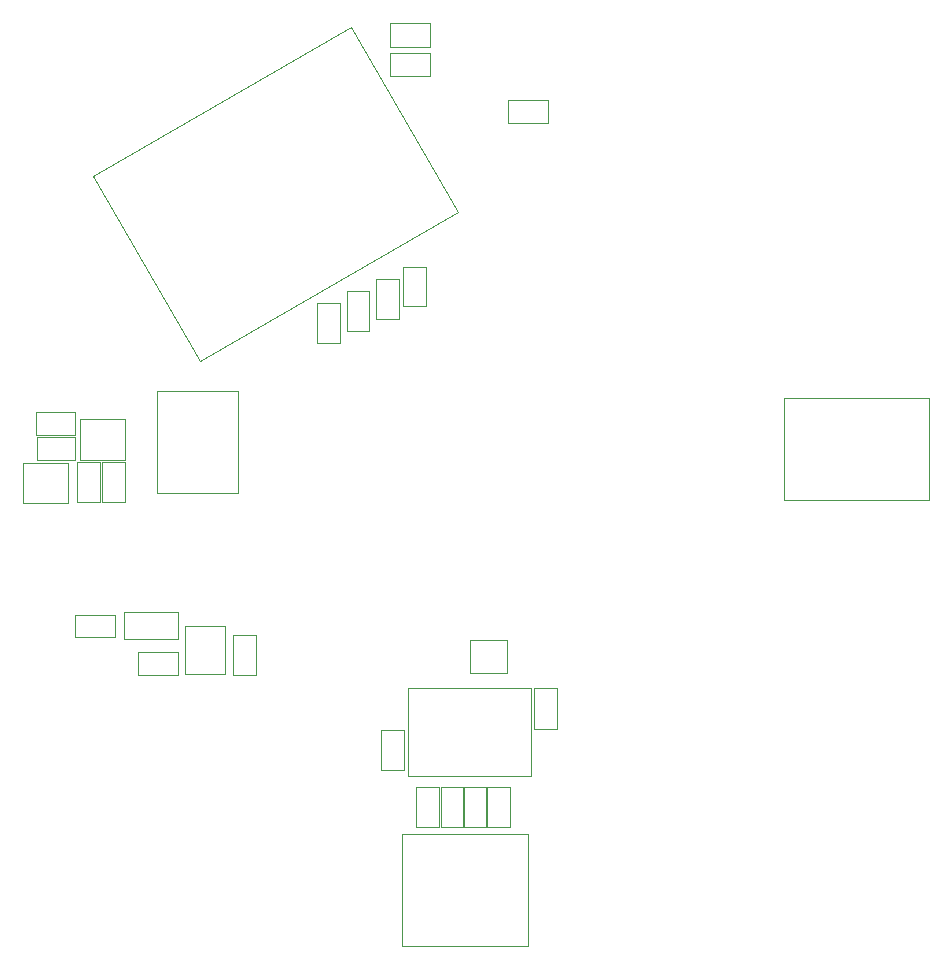
<source format=gbr>
G04 #@! TF.GenerationSoftware,KiCad,Pcbnew,8.0.4*
G04 #@! TF.CreationDate,2024-08-11T22:53:45+02:00*
G04 #@! TF.ProjectId,Haibadge_B,48616962-6164-4676-955f-422e6b696361,rev?*
G04 #@! TF.SameCoordinates,Original*
G04 #@! TF.FileFunction,Other,User*
%FSLAX46Y46*%
G04 Gerber Fmt 4.6, Leading zero omitted, Abs format (unit mm)*
G04 Created by KiCad (PCBNEW 8.0.4) date 2024-08-11 22:53:45*
%MOMM*%
%LPD*%
G01*
G04 APERTURE LIST*
%ADD10C,0.050000*%
G04 APERTURE END LIST*
D10*
G04 #@! TO.C,Q3*
X106582500Y-143650000D02*
X106582500Y-140250000D01*
X102742500Y-143650000D02*
X106582500Y-143650000D01*
X106582500Y-140250000D02*
X102742500Y-140250000D01*
X102742500Y-140250000D02*
X102742500Y-143650000D01*
G04 #@! TO.C,D16*
X111270000Y-152880000D02*
X115830000Y-152880000D01*
X115830000Y-152880000D02*
X115830000Y-155120000D01*
X111270000Y-155120000D02*
X111270000Y-152880000D01*
X115830000Y-155120000D02*
X111270000Y-155120000D01*
G04 #@! TO.C,R10*
X132650000Y-124695000D02*
X134550000Y-124695000D01*
X132650000Y-128055000D02*
X132650000Y-124695000D01*
X134550000Y-124695000D02*
X134550000Y-128055000D01*
X134550000Y-128055000D02*
X132650000Y-128055000D01*
G04 #@! TO.C,C22*
X133800000Y-103020000D02*
X137200000Y-103020000D01*
X133800000Y-104980000D02*
X133800000Y-103020000D01*
X137200000Y-103020000D02*
X137200000Y-104980000D01*
X137200000Y-104980000D02*
X133800000Y-104980000D01*
G04 #@! TO.C,R4*
X107182500Y-153100000D02*
X110542500Y-153100000D01*
X107182500Y-155000000D02*
X107182500Y-153100000D01*
X110542500Y-153100000D02*
X110542500Y-155000000D01*
X110542500Y-155000000D02*
X107182500Y-155000000D01*
G04 #@! TO.C,R12*
X112507500Y-156250000D02*
X115867500Y-156250000D01*
X112507500Y-158150000D02*
X112507500Y-156250000D01*
X115867500Y-156250000D02*
X115867500Y-158150000D01*
X115867500Y-158150000D02*
X112507500Y-158150000D01*
G04 #@! TO.C,U4*
X111382500Y-139950000D02*
X111382500Y-136550000D01*
X111382500Y-136550000D02*
X107542500Y-136550000D01*
X107542500Y-139950000D02*
X111382500Y-139950000D01*
X107542500Y-136550000D02*
X107542500Y-139950000D01*
G04 #@! TO.C,C23*
X133800000Y-105520000D02*
X137200000Y-105520000D01*
X133800000Y-107480000D02*
X133800000Y-105520000D01*
X137200000Y-105520000D02*
X137200000Y-107480000D01*
X137200000Y-107480000D02*
X133800000Y-107480000D01*
G04 #@! TO.C,C19*
X109420000Y-140150000D02*
X111380000Y-140150000D01*
X109420000Y-143550000D02*
X109420000Y-140150000D01*
X111380000Y-140150000D02*
X111380000Y-143550000D01*
X111380000Y-143550000D02*
X109420000Y-143550000D01*
G04 #@! TO.C,R7*
X138100000Y-167707500D02*
X140000000Y-167707500D01*
X138100000Y-171067500D02*
X138100000Y-167707500D01*
X140000000Y-167707500D02*
X140000000Y-171067500D01*
X140000000Y-171067500D02*
X138100000Y-171067500D01*
G04 #@! TO.C,C16*
X143800000Y-109520000D02*
X147200000Y-109520000D01*
X143800000Y-111480000D02*
X143800000Y-109520000D01*
X147200000Y-109520000D02*
X147200000Y-111480000D01*
X147200000Y-111480000D02*
X143800000Y-111480000D01*
G04 #@! TO.C,Q1*
X140550000Y-155250000D02*
X140550000Y-158050000D01*
X143750000Y-155250000D02*
X140550000Y-155250000D01*
X143750000Y-158050000D02*
X140550000Y-158050000D01*
X143750000Y-158050000D02*
X143750000Y-155250000D01*
G04 #@! TO.C,U2*
X135355000Y-159300000D02*
X135355000Y-166700000D01*
X135355000Y-166700000D02*
X145755000Y-166700000D01*
X145755000Y-159300000D02*
X135355000Y-159300000D01*
X145755000Y-166700000D02*
X145755000Y-159300000D01*
G04 #@! TO.C,U3*
X119837500Y-158100000D02*
X119837500Y-154000000D01*
X119837500Y-154000000D02*
X116437500Y-154000000D01*
X116437500Y-158100000D02*
X119837500Y-158100000D01*
X116437500Y-154000000D02*
X116437500Y-158100000D01*
G04 #@! TO.C,R6*
X136050000Y-167707500D02*
X137950000Y-167707500D01*
X136050000Y-171067500D02*
X136050000Y-167707500D01*
X137950000Y-167707500D02*
X137950000Y-171067500D01*
X137950000Y-171067500D02*
X136050000Y-171067500D01*
G04 #@! TO.C,C21*
X120520000Y-154800000D02*
X122480000Y-154800000D01*
X120520000Y-158200000D02*
X120520000Y-154800000D01*
X122480000Y-154800000D02*
X122480000Y-158200000D01*
X122480000Y-158200000D02*
X120520000Y-158200000D01*
G04 #@! TO.C,J3*
X114050000Y-134150000D02*
X114050000Y-142750000D01*
X114050000Y-142750000D02*
X120950000Y-142750000D01*
X120950000Y-134150000D02*
X114050000Y-134150000D01*
X120950000Y-142750000D02*
X120950000Y-134150000D01*
G04 #@! TO.C,R9*
X130150000Y-125695000D02*
X132050000Y-125695000D01*
X130150000Y-129055000D02*
X130150000Y-125695000D01*
X132050000Y-125695000D02*
X132050000Y-129055000D01*
X132050000Y-129055000D02*
X130150000Y-129055000D01*
G04 #@! TO.C,C20*
X107320000Y-140150000D02*
X109280000Y-140150000D01*
X107320000Y-143550000D02*
X107320000Y-140150000D01*
X109280000Y-140150000D02*
X109280000Y-143550000D01*
X109280000Y-143550000D02*
X107320000Y-143550000D01*
G04 #@! TO.C,C25*
X146020000Y-159325000D02*
X147980000Y-159325000D01*
X146020000Y-162725000D02*
X146020000Y-159325000D01*
X147980000Y-159325000D02*
X147980000Y-162725000D01*
X147980000Y-162725000D02*
X146020000Y-162725000D01*
G04 #@! TO.C,R5*
X142050000Y-167707500D02*
X143950000Y-167707500D01*
X142050000Y-171067500D02*
X142050000Y-167707500D01*
X143950000Y-167707500D02*
X143950000Y-171067500D01*
X143950000Y-171067500D02*
X142050000Y-171067500D01*
G04 #@! TO.C,R11*
X127650000Y-126695000D02*
X129550000Y-126695000D01*
X127650000Y-130055000D02*
X127650000Y-126695000D01*
X129550000Y-126695000D02*
X129550000Y-130055000D01*
X129550000Y-130055000D02*
X127650000Y-130055000D01*
G04 #@! TO.C,J1*
X167150000Y-134720000D02*
X167150000Y-143370000D01*
X167150000Y-143370000D02*
X179450000Y-143370000D01*
X179450000Y-134720000D02*
X167150000Y-134720000D01*
X179450000Y-143370000D02*
X179450000Y-134720000D01*
G04 #@! TO.C,D17*
X107150000Y-139950000D02*
X107150000Y-138050000D01*
X103950000Y-139950000D02*
X107150000Y-139950000D01*
X103950000Y-139950000D02*
X103950000Y-138050000D01*
X103950000Y-138050000D02*
X107150000Y-138050000D01*
G04 #@! TO.C,C24*
X133020000Y-162850000D02*
X134980000Y-162850000D01*
X133020000Y-166250000D02*
X133020000Y-162850000D01*
X134980000Y-162850000D02*
X134980000Y-166250000D01*
X134980000Y-166250000D02*
X133020000Y-166250000D01*
G04 #@! TO.C,R2*
X134950000Y-123607500D02*
X136850000Y-123607500D01*
X134950000Y-126967500D02*
X134950000Y-123607500D01*
X136850000Y-123607500D02*
X136850000Y-126967500D01*
X136850000Y-126967500D02*
X134950000Y-126967500D01*
G04 #@! TO.C,R8*
X140050000Y-167707500D02*
X141950000Y-167707500D01*
X140050000Y-171067500D02*
X140050000Y-167707500D01*
X141950000Y-167707500D02*
X141950000Y-171067500D01*
X141950000Y-171067500D02*
X140050000Y-171067500D01*
G04 #@! TO.C,J2*
X134860000Y-171680000D02*
X145500000Y-171680000D01*
X134860000Y-181100000D02*
X134860000Y-171680000D01*
X134860000Y-181100000D02*
X145500000Y-181100000D01*
X145500000Y-181100000D02*
X145500000Y-171680000D01*
G04 #@! TO.C,R13*
X107167500Y-137850000D02*
X103807500Y-137850000D01*
X107167500Y-135950000D02*
X107167500Y-137850000D01*
X103807500Y-137850000D02*
X103807500Y-135950000D01*
X103807500Y-135950000D02*
X107167500Y-135950000D01*
G04 #@! TO.C,U1*
X108640579Y-115930677D02*
X130551022Y-103280677D01*
X117690579Y-131605737D02*
X108640579Y-115930677D01*
X130551022Y-103280677D02*
X139601022Y-118955737D01*
X139601022Y-118955737D02*
X117690579Y-131605737D01*
G04 #@! TD*
M02*

</source>
